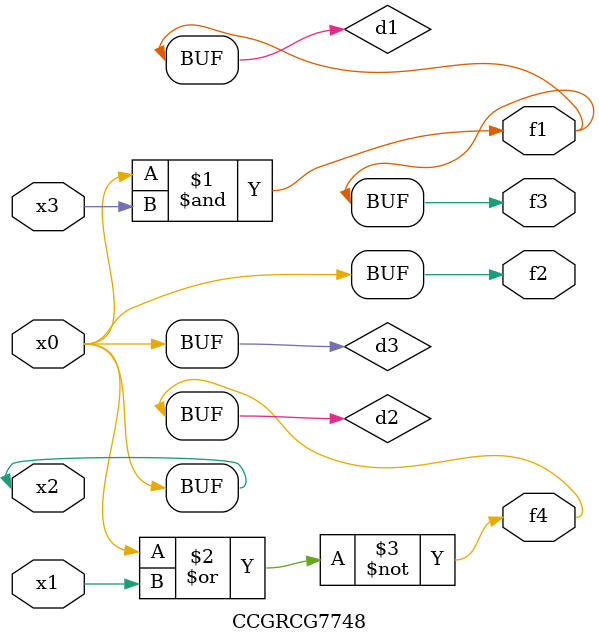
<source format=v>
module CCGRCG7748(
	input x0, x1, x2, x3,
	output f1, f2, f3, f4
);

	wire d1, d2, d3;

	and (d1, x2, x3);
	nor (d2, x0, x1);
	buf (d3, x0, x2);
	assign f1 = d1;
	assign f2 = d3;
	assign f3 = d1;
	assign f4 = d2;
endmodule

</source>
